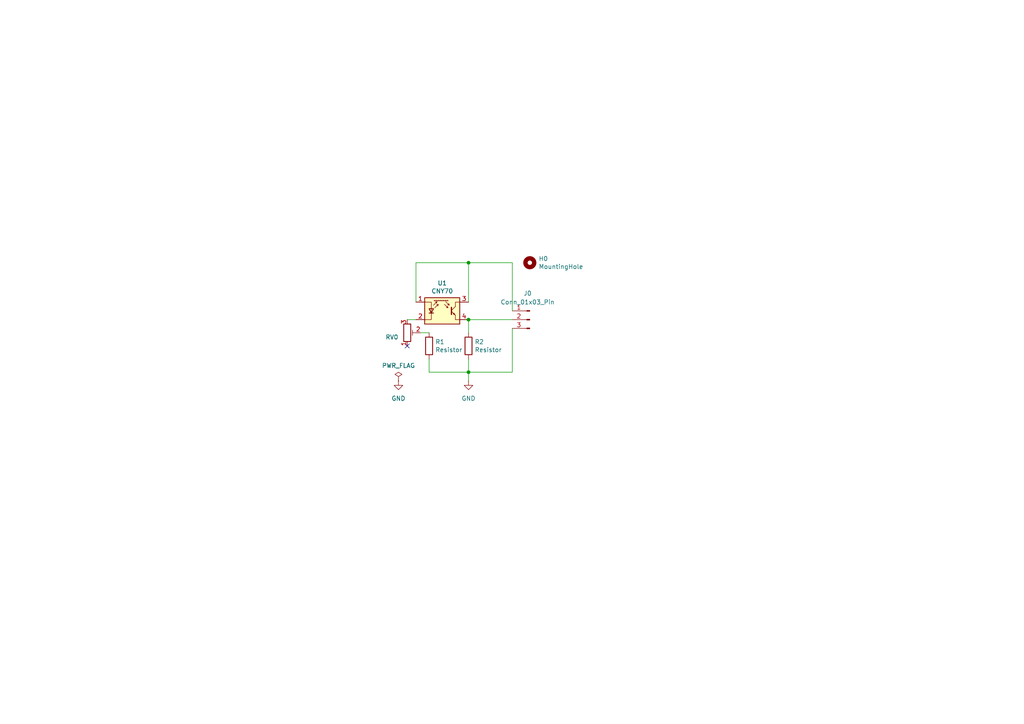
<source format=kicad_sch>
(kicad_sch (version 20231120) (generator "eeschema") (generator_version "8.0")
  (paper "A4")
  (lib_symbols
    (symbol "Connector:Conn_01x03_Pin" (pin_names (offset 1.016) hide)
      (property "Reference" "J" (at 0 5.08 0))
      (property "Value" "Conn_01x03_Pin" (at 0 -5.08 0))
      (symbol "Conn_01x03_Pin_1_1"
        (polyline (pts (xy 1.27 -2.54) (xy 0.8636 -2.54)) (stroke (width 0.1524)))
        (polyline (pts (xy 1.27 0) (xy 0.8636 0)) (stroke (width 0.1524)))
        (polyline (pts (xy 1.27 2.54) (xy 0.8636 2.54)) (stroke (width 0.1524)))
        (rectangle (start 0.8636 -2.413) (end 0 -2.667) (stroke (width 0.1524)) (fill (type outline)))
        (rectangle (start 0.8636 0.127) (end 0 -0.127) (stroke (width 0.1524)) (fill (type outline)))
        (rectangle (start 0.8636 2.667) (end 0 2.413) (stroke (width 0.1524)) (fill (type outline)))
        (pin passive line (at 5.08 2.54 180) (length 3.81) (name "Pin_1") (number "1"))
        (pin passive line (at 5.08 0 180) (length 3.81) (name "Pin_2") (number "2"))
        (pin passive line (at 5.08 -2.54 180) (length 3.81) (name "Pin_3") (number "3"))
      )
    )
    (symbol "Device:R" (pin_numbers hide) (pin_names (offset 0))
      (property "Reference" "R" (at 2.032 0 90))
      (property "Value" "R" (at 0 0 90))
      (symbol "R_0_1"
        (rectangle (start -1.016 -2.54) (end 1.016 2.54) (stroke (width 0.254)))
      )
      (symbol "R_1_1"
        (pin passive line (at 0 3.81 270) (length 1.27) (name "~") (number "1"))
        (pin passive line (at 0 -3.81 90) (length 1.27) (name "~") (number "2"))
      )
    )
    (symbol "Device:R_Potentiometer_Trim" (pin_names (offset 1.016) hide)
      (property "Reference" "RV" (at -4.445 0 90))
      (property "Value" "R_Potentiometer_Trim" (at -2.54 0 90))
      (symbol "R_Potentiometer_Trim_0_1"
        (polyline (pts (xy 1.524 0.762) (xy 1.524 -0.762)))
        (polyline (pts (xy 2.54 0) (xy 1.524 0)))
        (rectangle (start 1.016 2.54) (end -1.016 -2.54) (stroke (width 0.254)))
      )
      (symbol "R_Potentiometer_Trim_1_1"
        (pin passive line (at 0 3.81 270) (length 1.27) (name "1") (number "1"))
        (pin passive line (at 3.81 0 180) (length 1.27) (name "2") (number "2"))
        (pin passive line (at 0 -3.81 90) (length 1.27) (name "3") (number "3"))
      )
    )
    (symbol "GND_1" (power) (pin_numbers hide) (pin_names (offset 0) hide)
      (property "Value" "GND" (at 0 -3.81 0))
      (symbol "GND_1_0_1"
        (polyline (pts (xy 0 0) (xy 0 -1.27) (xy 1.27 -1.27) (xy 0 -2.54) (xy -1.27 -1.27) (xy 0 -1.27)))
      )
      (symbol "GND_1_1_1"
        (pin power_in line (at 0 0 270) (length 0) (name "~") (number "1"))
      )
    )
    (symbol "Mechanical:MountingHole" (pin_names (offset 1.016))
      (property "Reference" "H" (at 0 5.08 0))
      (property "Value" "MountingHole" (at 0 3.175 0))
      (symbol "MountingHole_0_1"
        (circle (center 0 0) (radius 1.27) (stroke (width 1.27)))
      )
    )
    (symbol "PWR_FLAG_1" (power) (pin_numbers hide) (pin_names (offset 0) hide)
      (property "Value" "PWR_FLAG" (at 0 3.81 0))
      (symbol "PWR_FLAG_1_0_0"
        (pin power_out line (at 0 0 90) (length 0) (name "~") (number "1"))
      )
      (symbol "PWR_FLAG_1_0_1"
        (polyline (pts (xy 0 0) (xy 0 1.27) (xy -1.016 1.905) (xy 0 2.54) (xy 1.016 1.905) (xy 0 1.27)))
      )
    )
    (symbol "Sensor_Proximity:CNY70" (pin_names (offset 1.016) hide)
      (property "Reference" "U" (at -5.08 5.08 0))
      (property "Value" "CNY70" (at 5.08 5.08 0))
      (symbol "CNY70_0_1"
        (polyline (pts (xy -3.81 -0.635) (xy -2.54 -0.635)) (stroke (width 0.254)))
        (polyline (pts (xy -2.286 2.921) (xy -2.032 3.175)))
        (polyline (pts (xy -1.778 2.921) (xy -1.524 3.175)))
        (polyline (pts (xy -1.524 2.667) (xy -1.651 2.159)))
        (polyline (pts (xy -1.27 2.921) (xy -1.016 3.175)))
        (polyline (pts (xy -1.143 1.905) (xy -1.27 1.397)))
        (polyline (pts (xy -0.762 2.921) (xy -0.508 3.175)))
        (polyline (pts (xy -0.254 2.921) (xy 0 3.175)))
        (polyline (pts (xy 0.254 2.921) (xy 0.508 3.175)))
        (polyline (pts (xy 0.762 2.921) (xy 1.016 3.175)))
        (polyline (pts (xy 1.27 2.921) (xy 1.524 3.175)))
        (polyline (pts (xy 1.651 0.889) (xy 1.143 1.016)))
        (polyline (pts (xy 1.778 2.921) (xy -2.413 2.921)))
        (polyline (pts (xy 2.032 1.651) (xy 1.524 1.778)))
        (polyline (pts (xy 2.667 -0.127) (xy 3.81 -1.27)))
        (polyline (pts (xy 2.667 0.127) (xy 3.81 1.27)))
        (polyline (pts (xy -2.54 1.651) (xy -1.524 2.667) (xy -2.032 2.54)))
        (polyline (pts (xy -2.159 0.889) (xy -1.143 1.905) (xy -1.651 1.778)))
        (polyline (pts (xy 0.635 1.905) (xy 1.651 0.889) (xy 1.524 1.397)))
        (polyline (pts (xy 1.016 2.667) (xy 2.032 1.651) (xy 1.905 2.159)))
        (polyline (pts (xy 2.667 1.016) (xy 2.667 -1.016) (xy 2.667 -1.016)) (stroke (width 0.3556)))
        (polyline (pts (xy 3.81 -1.27) (xy 3.81 -2.54) (xy 5.08 -2.54)))
        (polyline (pts (xy 3.81 1.27) (xy 3.81 2.54) (xy 5.08 2.54)))
        (polyline (pts (xy -5.08 -2.54) (xy -3.175 -2.54) (xy -3.175 2.54) (xy -5.08 2.54)))
        (polyline (pts (xy -3.175 -0.635) (xy -3.81 0.635) (xy -2.54 0.635) (xy -3.175 -0.635)) (stroke (width 0.254)))
        (polyline (pts (xy 3.683 -1.143) (xy 3.429 -0.635) (xy 3.175 -0.889) (xy 3.683 -1.143)))
        (polyline (pts (xy -5.08 -3.81) (xy 5.08 -3.81) (xy 5.08 3.81) (xy -5.08 3.81) (xy -5.08 -3.81)) (stroke (width 0.254)) (fill (type background)))
      )
      (symbol "CNY70_1_1"
        (pin passive line (at -7.62 2.54 0) (length 2.54) (name "A") (number "1"))
        (pin passive line (at -7.62 -2.54 0) (length 2.54) (name "K") (number "2"))
        (pin open_collector line (at 7.62 2.54 180) (length 2.54) (name "C") (number "3"))
        (pin open_emitter line (at 7.62 -2.54 180) (length 2.54) (name "E") (number "4"))
      )
    )
  )
  (junction (at 135.89 76.2))
  (junction (at 135.89 92.71))
  (junction (at 135.89 107.95))
  (no_connect (at 118.11 100.33))
  (wire (pts (xy 135.89 76.2) (xy 148.59 76.2)))
  (wire (pts (xy 124.46 107.95) (xy 135.89 107.95)))
  (wire (pts (xy 120.65 87.63) (xy 120.65 76.2)))
  (wire (pts (xy 120.65 76.2) (xy 135.89 76.2)))
  (wire (pts (xy 135.89 76.2) (xy 135.89 87.63)))
  (wire (pts (xy 135.89 107.95) (xy 135.89 110.49)))
  (wire (pts (xy 135.89 92.71) (xy 148.59 92.71)))
  (wire (pts (xy 135.89 107.95) (xy 148.59 107.95)))
  (wire (pts (xy 118.11 92.71) (xy 120.65 92.71)))
  (wire (pts (xy 135.89 92.71) (xy 135.89 96.52)))
  (wire (pts (xy 148.59 76.2) (xy 148.59 90.17)))
  (wire (pts (xy 148.59 95.25) (xy 148.59 107.95)))
  (wire (pts (xy 135.89 104.14) (xy 135.89 107.95)))
  (wire (pts (xy 121.92 96.52) (xy 124.46 96.52)))
  (wire (pts (xy 124.46 104.14) (xy 124.46 107.95)))
  (symbol (lib_id "Sensor_Proximity:CNY70") (at 128.27 90.17 0) (unit 1)
    (property "Reference" "U1" (at 128.27 82.1182 0))
    (property "Value" "CNY70" (at 128.27 84.4296 0))
    (property "Footprint" "stem_piano_footprints:Vishay_CNY70" (effects (hide yes)))
    (property "Datasheet" "https://www.vishay.com/docs/83751/cny70.pdf" (effects (hide yes)))
    (property "Description" "Reflective Optical Sensor with Transistor Output" (effects (hide yes)))
  )
  (symbol (lib_id "Device:R") (at 124.46 100.33 0) (unit 1)
    (property "Reference" "R1" (at 126.238 99.1616 0) (effects (justify left)))
    (property "Value" "Resistor" (at 126.238 101.473 0) (effects (justify left)))
    (property "Footprint" "stem_piano_footprints:R_0805_2012_1.20x1.40mm_bigpad" (effects (hide yes)))
  )
  (symbol (lib_id "Device:R") (at 135.89 100.33 0) (unit 1)
    (property "Reference" "R2" (at 137.668 99.1616 0) (effects (justify left)))
    (property "Value" "Resistor" (at 137.668 101.473 0) (effects (justify left)))
    (property "Footprint" "stem_piano_footprints:R_0805_2012_1.20x1.40mm_bigpad" (effects (hide yes)))
  )
  (symbol (lib_id "Mechanical:MountingHole") (at 153.67 76.2 0) (unit 1)
    (property "Reference" "H0" (at 156.21 75.0316 0) (effects (justify left)))
    (property "Value" "MountingHole" (at 156.21 77.343 0) (effects (justify left)))
    (property "Footprint" "MountingHole:MountingHole_3.5mm_Pad_TopBottom" (effects (hide yes)))
  )
  (symbol (lib_name "GND_1") (lib_id "power:GND") (at 135.89 110.49 0) (unit 1)
    (property "Reference" "#PWR02" (effects (hide yes)))
    (property "Value" "GND" (at 135.89 115.57 0))
    (property "Description" "Power symbol creates a global label with name \"GND\" , ground" (effects (hide yes)))
  )
  (symbol (lib_id "Device:R_Potentiometer_Trim") (at 118.11 96.52 0) (mirror x) (unit 1)
    (property "Reference" "RV0" (at 115.57 97.7901 0) (effects (justify right)))
    (property "Value" "R_Potentiometer_Trim" (effects (hide yes)))
    (property "Footprint" "stem_piano_footprints:Bourns_3224X_Vertical_bigpads" (effects (hide yes)))
  )
  (symbol (lib_id "Connector:Conn_01x03_Pin") (at 153.67 92.71 0) (mirror y) (unit 1)
    (property "Reference" "J0" (at 153.035 85.09 0))
    (property "Value" "Conn_01x03_Pin" (at 153.035 87.63 0))
    (property "Footprint" "Connector_PinHeader_2.54mm:PinHeader_1x03_P2.54mm_Vertical" (effects (hide yes)))
    (property "Description" "Generic connector, single row, 01x03, script generated" (effects (hide yes)))
  )
  (symbol (lib_name "PWR_FLAG_1") (lib_id "power:PWR_FLAG") (at 115.57 110.49 0) (unit 1)
    (property "Reference" "#FLG01" (effects (hide yes)))
    (property "Value" "PWR_FLAG" (at 115.57 106.045 0))
    (property "Description" "Special symbol for telling ERC where power comes from" (effects (hide yes)))
  )
  (symbol (lib_name "GND_1") (lib_id "power:GND") (at 115.57 110.49 0) (unit 1)
    (property "Reference" "#PWR01" (effects (hide yes)))
    (property "Value" "GND" (at 115.57 115.57 0))
    (property "Description" "Power symbol creates a global label with name \"GND\" , ground" (effects (hide yes)))
  )
)
</source>
